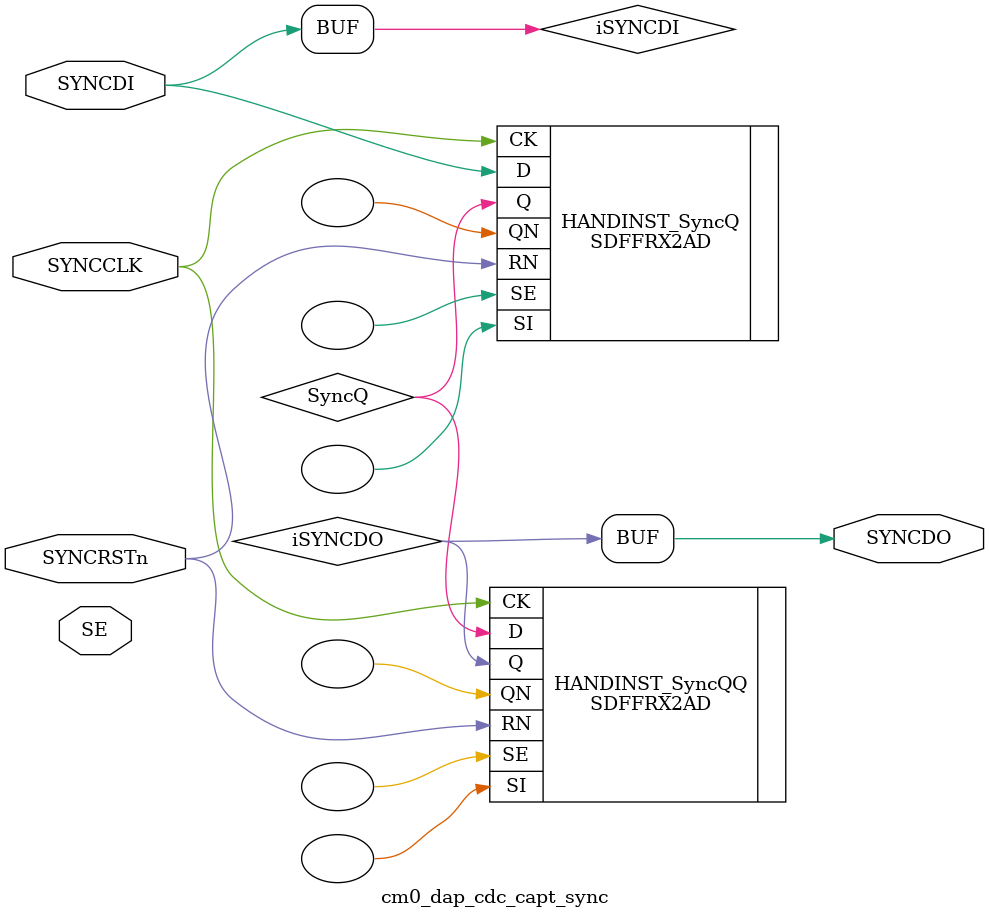
<source format=v>

module cm0_dap_cdc_capt_sync
         #(parameter PRESENT = 1)
          (input  wire SYNCRSTn,   // Synchronising Reset
           input  wire SYNCCLK,    // Synchronising Clock
           input  wire SYNCDI,     // Synchronising Data In
           input  wire SE,         // Scan Enable for DFT
           output wire SYNCDO);    // Synchronising Data Out

  // --------------------------------------------------------------------------
  // This module is instantiated where a CDC-safe synchroniser is required,
  // i.e. where the input is from a different clock domain. The signal is
  // sampled using a series of two registers to minimise the chance of
  // metastability being introduced if the input changes around the time it
  // is sampled.
  //
  // The implementation of this module must ensure that this requirement is
  // met.
  // --------------------------------------------------------------------------

  // --------------------------------------------------------------------------
  // In this example for the RM, 2 back to back SDFFR flops are used to implement
  // the synchroniser. The synthesis tool should be configured so that these gates 
  // arent resynthesised into alternative gates, though resizing is allowed.
  // --------------------------------------------------------------------------
   
  // --------------------------------------------------------------------------
  // Signal Declarations
  // --------------------------------------------------------------------------

  wire          SyncQ;      // 1st synchroniser DFF output
  wire          iSYNCDI;
  wire          iSYNCDO;
  
  //----------------------------------------------------------------------------
  // Sync removal
  //----------------------------------------------------------------------------
  assign SYNCDO  = (PRESENT != 0) ? iSYNCDO : 1'b0;
  assign iSYNCDI = (PRESENT != 0) ?  SYNCDI : 1'b0;
  //----------------------------------------------------------------------------
  // Beginning of main code
  //----------------------------------------------------------------------------

  // synchroniser
   SDFFRX2AD HANDINST_SyncQ (.CK(SYNCCLK),
			     .RN(SYNCRSTn),
			     .D(iSYNCDI),
			     .SI(),
			     .SE(),
			     .Q(SyncQ),
			     .QN());
   
   SDFFRX2AD HANDINST_SyncQQ(.CK(SYNCCLK),
			     .RN(SYNCRSTn),
			     .D(SyncQ),
			     .SI(),
			     .SE(),
			     .Q(iSYNCDO),
			     .QN());

`ifdef ARM_ASSERT_ON
  `include "std_ovl_defines.h"

  // Glitching Input - valid waveform, but undesirable in handshake design.
  assert_never #(2,0,
    "Glitching Input - valid waveform, but undesirable in handshake design.")
    cm0_sync_glitch
      (
       .clk       ( SYNCCLK),
       .reset_n   ( SYNCRSTn),
       .test_expr ( (SyncQ!=SYNCDI)&&(SyncQ!=SyncQQ)));

  // Input X not allowed - halt propogation at synchroniser level.
  assert_never_unknown #(0,1,0,"Input X not allowed - halt propogation at synchroniser level.")
  cm0_sync_xprop
    (
     .clk       (SYNCCLK),
     .reset_n   (SYNCRSTn),
     .qualifier (1'b1),
     .test_expr (SYNCDI));

`endif //  `ifdef ARM_ASSERT_ON

  
endmodule

</source>
